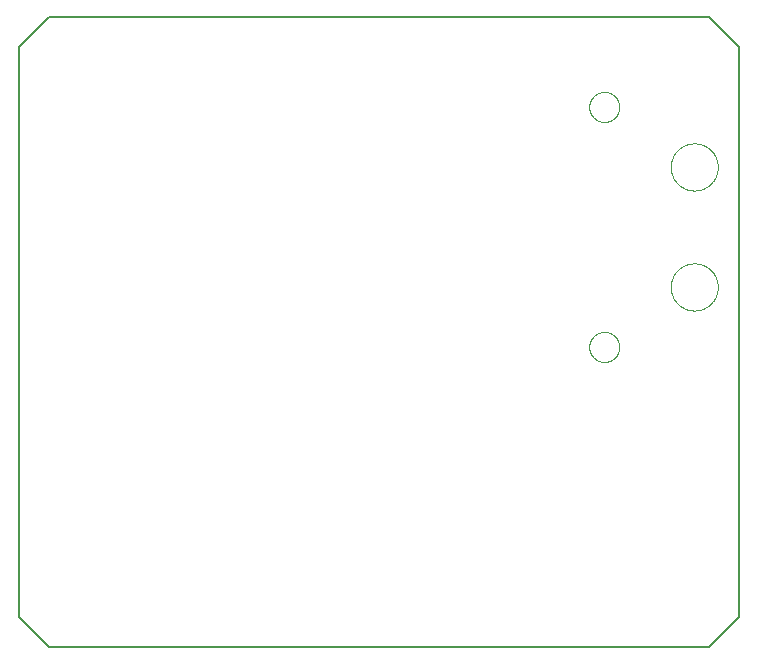
<source format=gko>
G75*
%MOIN*%
%OFA0B0*%
%FSLAX25Y25*%
%IPPOS*%
%LPD*%
%AMOC8*
5,1,8,0,0,1.08239X$1,22.5*
%
%ADD10C,0.00800*%
%ADD11C,0.00000*%
D10*
X0072524Y0100000D02*
X0062524Y0110000D01*
X0062524Y0300000D01*
X0072524Y0310000D01*
X0292524Y0310000D01*
X0302524Y0300000D01*
X0302524Y0110000D01*
X0292524Y0100000D01*
X0072524Y0100000D01*
D11*
X0252524Y0200000D02*
X0252526Y0200141D01*
X0252532Y0200282D01*
X0252542Y0200422D01*
X0252556Y0200562D01*
X0252574Y0200702D01*
X0252595Y0200841D01*
X0252621Y0200980D01*
X0252650Y0201118D01*
X0252684Y0201254D01*
X0252721Y0201390D01*
X0252762Y0201525D01*
X0252807Y0201659D01*
X0252856Y0201791D01*
X0252908Y0201922D01*
X0252964Y0202051D01*
X0253024Y0202178D01*
X0253087Y0202304D01*
X0253153Y0202428D01*
X0253224Y0202551D01*
X0253297Y0202671D01*
X0253374Y0202789D01*
X0253454Y0202905D01*
X0253538Y0203018D01*
X0253624Y0203129D01*
X0253714Y0203238D01*
X0253807Y0203344D01*
X0253902Y0203447D01*
X0254001Y0203548D01*
X0254102Y0203646D01*
X0254206Y0203741D01*
X0254313Y0203833D01*
X0254422Y0203922D01*
X0254534Y0204007D01*
X0254648Y0204090D01*
X0254764Y0204170D01*
X0254883Y0204246D01*
X0255004Y0204318D01*
X0255126Y0204388D01*
X0255251Y0204453D01*
X0255377Y0204516D01*
X0255505Y0204574D01*
X0255635Y0204629D01*
X0255766Y0204681D01*
X0255899Y0204728D01*
X0256033Y0204772D01*
X0256168Y0204813D01*
X0256304Y0204849D01*
X0256441Y0204881D01*
X0256579Y0204910D01*
X0256717Y0204935D01*
X0256857Y0204955D01*
X0256997Y0204972D01*
X0257137Y0204985D01*
X0257278Y0204994D01*
X0257418Y0204999D01*
X0257559Y0205000D01*
X0257700Y0204997D01*
X0257841Y0204990D01*
X0257981Y0204979D01*
X0258121Y0204964D01*
X0258261Y0204945D01*
X0258400Y0204923D01*
X0258538Y0204896D01*
X0258676Y0204866D01*
X0258812Y0204831D01*
X0258948Y0204793D01*
X0259082Y0204751D01*
X0259216Y0204705D01*
X0259348Y0204656D01*
X0259478Y0204602D01*
X0259607Y0204545D01*
X0259734Y0204485D01*
X0259860Y0204421D01*
X0259983Y0204353D01*
X0260105Y0204282D01*
X0260225Y0204208D01*
X0260342Y0204130D01*
X0260457Y0204049D01*
X0260570Y0203965D01*
X0260681Y0203878D01*
X0260789Y0203787D01*
X0260894Y0203694D01*
X0260997Y0203597D01*
X0261097Y0203498D01*
X0261194Y0203396D01*
X0261288Y0203291D01*
X0261379Y0203184D01*
X0261467Y0203074D01*
X0261552Y0202962D01*
X0261634Y0202847D01*
X0261713Y0202730D01*
X0261788Y0202611D01*
X0261860Y0202490D01*
X0261928Y0202367D01*
X0261993Y0202242D01*
X0262055Y0202115D01*
X0262112Y0201986D01*
X0262167Y0201856D01*
X0262217Y0201725D01*
X0262264Y0201592D01*
X0262307Y0201458D01*
X0262346Y0201322D01*
X0262381Y0201186D01*
X0262413Y0201049D01*
X0262440Y0200911D01*
X0262464Y0200772D01*
X0262484Y0200632D01*
X0262500Y0200492D01*
X0262512Y0200352D01*
X0262520Y0200211D01*
X0262524Y0200070D01*
X0262524Y0199930D01*
X0262520Y0199789D01*
X0262512Y0199648D01*
X0262500Y0199508D01*
X0262484Y0199368D01*
X0262464Y0199228D01*
X0262440Y0199089D01*
X0262413Y0198951D01*
X0262381Y0198814D01*
X0262346Y0198678D01*
X0262307Y0198542D01*
X0262264Y0198408D01*
X0262217Y0198275D01*
X0262167Y0198144D01*
X0262112Y0198014D01*
X0262055Y0197885D01*
X0261993Y0197758D01*
X0261928Y0197633D01*
X0261860Y0197510D01*
X0261788Y0197389D01*
X0261713Y0197270D01*
X0261634Y0197153D01*
X0261552Y0197038D01*
X0261467Y0196926D01*
X0261379Y0196816D01*
X0261288Y0196709D01*
X0261194Y0196604D01*
X0261097Y0196502D01*
X0260997Y0196403D01*
X0260894Y0196306D01*
X0260789Y0196213D01*
X0260681Y0196122D01*
X0260570Y0196035D01*
X0260457Y0195951D01*
X0260342Y0195870D01*
X0260225Y0195792D01*
X0260105Y0195718D01*
X0259983Y0195647D01*
X0259860Y0195579D01*
X0259734Y0195515D01*
X0259607Y0195455D01*
X0259478Y0195398D01*
X0259348Y0195344D01*
X0259216Y0195295D01*
X0259082Y0195249D01*
X0258948Y0195207D01*
X0258812Y0195169D01*
X0258676Y0195134D01*
X0258538Y0195104D01*
X0258400Y0195077D01*
X0258261Y0195055D01*
X0258121Y0195036D01*
X0257981Y0195021D01*
X0257841Y0195010D01*
X0257700Y0195003D01*
X0257559Y0195000D01*
X0257418Y0195001D01*
X0257278Y0195006D01*
X0257137Y0195015D01*
X0256997Y0195028D01*
X0256857Y0195045D01*
X0256717Y0195065D01*
X0256579Y0195090D01*
X0256441Y0195119D01*
X0256304Y0195151D01*
X0256168Y0195187D01*
X0256033Y0195228D01*
X0255899Y0195272D01*
X0255766Y0195319D01*
X0255635Y0195371D01*
X0255505Y0195426D01*
X0255377Y0195484D01*
X0255251Y0195547D01*
X0255126Y0195612D01*
X0255004Y0195682D01*
X0254883Y0195754D01*
X0254764Y0195830D01*
X0254648Y0195910D01*
X0254534Y0195993D01*
X0254422Y0196078D01*
X0254313Y0196167D01*
X0254206Y0196259D01*
X0254102Y0196354D01*
X0254001Y0196452D01*
X0253902Y0196553D01*
X0253807Y0196656D01*
X0253714Y0196762D01*
X0253624Y0196871D01*
X0253538Y0196982D01*
X0253454Y0197095D01*
X0253374Y0197211D01*
X0253297Y0197329D01*
X0253224Y0197449D01*
X0253153Y0197572D01*
X0253087Y0197696D01*
X0253024Y0197822D01*
X0252964Y0197949D01*
X0252908Y0198078D01*
X0252856Y0198209D01*
X0252807Y0198341D01*
X0252762Y0198475D01*
X0252721Y0198610D01*
X0252684Y0198746D01*
X0252650Y0198882D01*
X0252621Y0199020D01*
X0252595Y0199159D01*
X0252574Y0199298D01*
X0252556Y0199438D01*
X0252542Y0199578D01*
X0252532Y0199718D01*
X0252526Y0199859D01*
X0252524Y0200000D01*
X0279674Y0220000D02*
X0279676Y0220193D01*
X0279683Y0220385D01*
X0279695Y0220577D01*
X0279712Y0220769D01*
X0279733Y0220961D01*
X0279759Y0221152D01*
X0279790Y0221342D01*
X0279825Y0221531D01*
X0279865Y0221720D01*
X0279909Y0221907D01*
X0279958Y0222094D01*
X0280012Y0222279D01*
X0280070Y0222462D01*
X0280133Y0222645D01*
X0280200Y0222825D01*
X0280272Y0223004D01*
X0280347Y0223181D01*
X0280428Y0223356D01*
X0280512Y0223529D01*
X0280601Y0223700D01*
X0280694Y0223869D01*
X0280791Y0224036D01*
X0280892Y0224200D01*
X0280997Y0224361D01*
X0281106Y0224520D01*
X0281219Y0224676D01*
X0281335Y0224830D01*
X0281456Y0224980D01*
X0281580Y0225127D01*
X0281708Y0225272D01*
X0281839Y0225413D01*
X0281973Y0225551D01*
X0282111Y0225685D01*
X0282252Y0225816D01*
X0282397Y0225944D01*
X0282544Y0226068D01*
X0282694Y0226189D01*
X0282848Y0226305D01*
X0283004Y0226418D01*
X0283163Y0226527D01*
X0283324Y0226632D01*
X0283488Y0226733D01*
X0283655Y0226830D01*
X0283824Y0226923D01*
X0283995Y0227012D01*
X0284168Y0227096D01*
X0284343Y0227177D01*
X0284520Y0227252D01*
X0284699Y0227324D01*
X0284879Y0227391D01*
X0285062Y0227454D01*
X0285245Y0227512D01*
X0285430Y0227566D01*
X0285617Y0227615D01*
X0285804Y0227659D01*
X0285993Y0227699D01*
X0286182Y0227734D01*
X0286372Y0227765D01*
X0286563Y0227791D01*
X0286755Y0227812D01*
X0286947Y0227829D01*
X0287139Y0227841D01*
X0287331Y0227848D01*
X0287524Y0227850D01*
X0287717Y0227848D01*
X0287909Y0227841D01*
X0288101Y0227829D01*
X0288293Y0227812D01*
X0288485Y0227791D01*
X0288676Y0227765D01*
X0288866Y0227734D01*
X0289055Y0227699D01*
X0289244Y0227659D01*
X0289431Y0227615D01*
X0289618Y0227566D01*
X0289803Y0227512D01*
X0289986Y0227454D01*
X0290169Y0227391D01*
X0290349Y0227324D01*
X0290528Y0227252D01*
X0290705Y0227177D01*
X0290880Y0227096D01*
X0291053Y0227012D01*
X0291224Y0226923D01*
X0291393Y0226830D01*
X0291560Y0226733D01*
X0291724Y0226632D01*
X0291885Y0226527D01*
X0292044Y0226418D01*
X0292200Y0226305D01*
X0292354Y0226189D01*
X0292504Y0226068D01*
X0292651Y0225944D01*
X0292796Y0225816D01*
X0292937Y0225685D01*
X0293075Y0225551D01*
X0293209Y0225413D01*
X0293340Y0225272D01*
X0293468Y0225127D01*
X0293592Y0224980D01*
X0293713Y0224830D01*
X0293829Y0224676D01*
X0293942Y0224520D01*
X0294051Y0224361D01*
X0294156Y0224200D01*
X0294257Y0224036D01*
X0294354Y0223869D01*
X0294447Y0223700D01*
X0294536Y0223529D01*
X0294620Y0223356D01*
X0294701Y0223181D01*
X0294776Y0223004D01*
X0294848Y0222825D01*
X0294915Y0222645D01*
X0294978Y0222462D01*
X0295036Y0222279D01*
X0295090Y0222094D01*
X0295139Y0221907D01*
X0295183Y0221720D01*
X0295223Y0221531D01*
X0295258Y0221342D01*
X0295289Y0221152D01*
X0295315Y0220961D01*
X0295336Y0220769D01*
X0295353Y0220577D01*
X0295365Y0220385D01*
X0295372Y0220193D01*
X0295374Y0220000D01*
X0295372Y0219807D01*
X0295365Y0219615D01*
X0295353Y0219423D01*
X0295336Y0219231D01*
X0295315Y0219039D01*
X0295289Y0218848D01*
X0295258Y0218658D01*
X0295223Y0218469D01*
X0295183Y0218280D01*
X0295139Y0218093D01*
X0295090Y0217906D01*
X0295036Y0217721D01*
X0294978Y0217538D01*
X0294915Y0217355D01*
X0294848Y0217175D01*
X0294776Y0216996D01*
X0294701Y0216819D01*
X0294620Y0216644D01*
X0294536Y0216471D01*
X0294447Y0216300D01*
X0294354Y0216131D01*
X0294257Y0215964D01*
X0294156Y0215800D01*
X0294051Y0215639D01*
X0293942Y0215480D01*
X0293829Y0215324D01*
X0293713Y0215170D01*
X0293592Y0215020D01*
X0293468Y0214873D01*
X0293340Y0214728D01*
X0293209Y0214587D01*
X0293075Y0214449D01*
X0292937Y0214315D01*
X0292796Y0214184D01*
X0292651Y0214056D01*
X0292504Y0213932D01*
X0292354Y0213811D01*
X0292200Y0213695D01*
X0292044Y0213582D01*
X0291885Y0213473D01*
X0291724Y0213368D01*
X0291560Y0213267D01*
X0291393Y0213170D01*
X0291224Y0213077D01*
X0291053Y0212988D01*
X0290880Y0212904D01*
X0290705Y0212823D01*
X0290528Y0212748D01*
X0290349Y0212676D01*
X0290169Y0212609D01*
X0289986Y0212546D01*
X0289803Y0212488D01*
X0289618Y0212434D01*
X0289431Y0212385D01*
X0289244Y0212341D01*
X0289055Y0212301D01*
X0288866Y0212266D01*
X0288676Y0212235D01*
X0288485Y0212209D01*
X0288293Y0212188D01*
X0288101Y0212171D01*
X0287909Y0212159D01*
X0287717Y0212152D01*
X0287524Y0212150D01*
X0287331Y0212152D01*
X0287139Y0212159D01*
X0286947Y0212171D01*
X0286755Y0212188D01*
X0286563Y0212209D01*
X0286372Y0212235D01*
X0286182Y0212266D01*
X0285993Y0212301D01*
X0285804Y0212341D01*
X0285617Y0212385D01*
X0285430Y0212434D01*
X0285245Y0212488D01*
X0285062Y0212546D01*
X0284879Y0212609D01*
X0284699Y0212676D01*
X0284520Y0212748D01*
X0284343Y0212823D01*
X0284168Y0212904D01*
X0283995Y0212988D01*
X0283824Y0213077D01*
X0283655Y0213170D01*
X0283488Y0213267D01*
X0283324Y0213368D01*
X0283163Y0213473D01*
X0283004Y0213582D01*
X0282848Y0213695D01*
X0282694Y0213811D01*
X0282544Y0213932D01*
X0282397Y0214056D01*
X0282252Y0214184D01*
X0282111Y0214315D01*
X0281973Y0214449D01*
X0281839Y0214587D01*
X0281708Y0214728D01*
X0281580Y0214873D01*
X0281456Y0215020D01*
X0281335Y0215170D01*
X0281219Y0215324D01*
X0281106Y0215480D01*
X0280997Y0215639D01*
X0280892Y0215800D01*
X0280791Y0215964D01*
X0280694Y0216131D01*
X0280601Y0216300D01*
X0280512Y0216471D01*
X0280428Y0216644D01*
X0280347Y0216819D01*
X0280272Y0216996D01*
X0280200Y0217175D01*
X0280133Y0217355D01*
X0280070Y0217538D01*
X0280012Y0217721D01*
X0279958Y0217906D01*
X0279909Y0218093D01*
X0279865Y0218280D01*
X0279825Y0218469D01*
X0279790Y0218658D01*
X0279759Y0218848D01*
X0279733Y0219039D01*
X0279712Y0219231D01*
X0279695Y0219423D01*
X0279683Y0219615D01*
X0279676Y0219807D01*
X0279674Y0220000D01*
X0279674Y0260000D02*
X0279676Y0260193D01*
X0279683Y0260385D01*
X0279695Y0260577D01*
X0279712Y0260769D01*
X0279733Y0260961D01*
X0279759Y0261152D01*
X0279790Y0261342D01*
X0279825Y0261531D01*
X0279865Y0261720D01*
X0279909Y0261907D01*
X0279958Y0262094D01*
X0280012Y0262279D01*
X0280070Y0262462D01*
X0280133Y0262645D01*
X0280200Y0262825D01*
X0280272Y0263004D01*
X0280347Y0263181D01*
X0280428Y0263356D01*
X0280512Y0263529D01*
X0280601Y0263700D01*
X0280694Y0263869D01*
X0280791Y0264036D01*
X0280892Y0264200D01*
X0280997Y0264361D01*
X0281106Y0264520D01*
X0281219Y0264676D01*
X0281335Y0264830D01*
X0281456Y0264980D01*
X0281580Y0265127D01*
X0281708Y0265272D01*
X0281839Y0265413D01*
X0281973Y0265551D01*
X0282111Y0265685D01*
X0282252Y0265816D01*
X0282397Y0265944D01*
X0282544Y0266068D01*
X0282694Y0266189D01*
X0282848Y0266305D01*
X0283004Y0266418D01*
X0283163Y0266527D01*
X0283324Y0266632D01*
X0283488Y0266733D01*
X0283655Y0266830D01*
X0283824Y0266923D01*
X0283995Y0267012D01*
X0284168Y0267096D01*
X0284343Y0267177D01*
X0284520Y0267252D01*
X0284699Y0267324D01*
X0284879Y0267391D01*
X0285062Y0267454D01*
X0285245Y0267512D01*
X0285430Y0267566D01*
X0285617Y0267615D01*
X0285804Y0267659D01*
X0285993Y0267699D01*
X0286182Y0267734D01*
X0286372Y0267765D01*
X0286563Y0267791D01*
X0286755Y0267812D01*
X0286947Y0267829D01*
X0287139Y0267841D01*
X0287331Y0267848D01*
X0287524Y0267850D01*
X0287717Y0267848D01*
X0287909Y0267841D01*
X0288101Y0267829D01*
X0288293Y0267812D01*
X0288485Y0267791D01*
X0288676Y0267765D01*
X0288866Y0267734D01*
X0289055Y0267699D01*
X0289244Y0267659D01*
X0289431Y0267615D01*
X0289618Y0267566D01*
X0289803Y0267512D01*
X0289986Y0267454D01*
X0290169Y0267391D01*
X0290349Y0267324D01*
X0290528Y0267252D01*
X0290705Y0267177D01*
X0290880Y0267096D01*
X0291053Y0267012D01*
X0291224Y0266923D01*
X0291393Y0266830D01*
X0291560Y0266733D01*
X0291724Y0266632D01*
X0291885Y0266527D01*
X0292044Y0266418D01*
X0292200Y0266305D01*
X0292354Y0266189D01*
X0292504Y0266068D01*
X0292651Y0265944D01*
X0292796Y0265816D01*
X0292937Y0265685D01*
X0293075Y0265551D01*
X0293209Y0265413D01*
X0293340Y0265272D01*
X0293468Y0265127D01*
X0293592Y0264980D01*
X0293713Y0264830D01*
X0293829Y0264676D01*
X0293942Y0264520D01*
X0294051Y0264361D01*
X0294156Y0264200D01*
X0294257Y0264036D01*
X0294354Y0263869D01*
X0294447Y0263700D01*
X0294536Y0263529D01*
X0294620Y0263356D01*
X0294701Y0263181D01*
X0294776Y0263004D01*
X0294848Y0262825D01*
X0294915Y0262645D01*
X0294978Y0262462D01*
X0295036Y0262279D01*
X0295090Y0262094D01*
X0295139Y0261907D01*
X0295183Y0261720D01*
X0295223Y0261531D01*
X0295258Y0261342D01*
X0295289Y0261152D01*
X0295315Y0260961D01*
X0295336Y0260769D01*
X0295353Y0260577D01*
X0295365Y0260385D01*
X0295372Y0260193D01*
X0295374Y0260000D01*
X0295372Y0259807D01*
X0295365Y0259615D01*
X0295353Y0259423D01*
X0295336Y0259231D01*
X0295315Y0259039D01*
X0295289Y0258848D01*
X0295258Y0258658D01*
X0295223Y0258469D01*
X0295183Y0258280D01*
X0295139Y0258093D01*
X0295090Y0257906D01*
X0295036Y0257721D01*
X0294978Y0257538D01*
X0294915Y0257355D01*
X0294848Y0257175D01*
X0294776Y0256996D01*
X0294701Y0256819D01*
X0294620Y0256644D01*
X0294536Y0256471D01*
X0294447Y0256300D01*
X0294354Y0256131D01*
X0294257Y0255964D01*
X0294156Y0255800D01*
X0294051Y0255639D01*
X0293942Y0255480D01*
X0293829Y0255324D01*
X0293713Y0255170D01*
X0293592Y0255020D01*
X0293468Y0254873D01*
X0293340Y0254728D01*
X0293209Y0254587D01*
X0293075Y0254449D01*
X0292937Y0254315D01*
X0292796Y0254184D01*
X0292651Y0254056D01*
X0292504Y0253932D01*
X0292354Y0253811D01*
X0292200Y0253695D01*
X0292044Y0253582D01*
X0291885Y0253473D01*
X0291724Y0253368D01*
X0291560Y0253267D01*
X0291393Y0253170D01*
X0291224Y0253077D01*
X0291053Y0252988D01*
X0290880Y0252904D01*
X0290705Y0252823D01*
X0290528Y0252748D01*
X0290349Y0252676D01*
X0290169Y0252609D01*
X0289986Y0252546D01*
X0289803Y0252488D01*
X0289618Y0252434D01*
X0289431Y0252385D01*
X0289244Y0252341D01*
X0289055Y0252301D01*
X0288866Y0252266D01*
X0288676Y0252235D01*
X0288485Y0252209D01*
X0288293Y0252188D01*
X0288101Y0252171D01*
X0287909Y0252159D01*
X0287717Y0252152D01*
X0287524Y0252150D01*
X0287331Y0252152D01*
X0287139Y0252159D01*
X0286947Y0252171D01*
X0286755Y0252188D01*
X0286563Y0252209D01*
X0286372Y0252235D01*
X0286182Y0252266D01*
X0285993Y0252301D01*
X0285804Y0252341D01*
X0285617Y0252385D01*
X0285430Y0252434D01*
X0285245Y0252488D01*
X0285062Y0252546D01*
X0284879Y0252609D01*
X0284699Y0252676D01*
X0284520Y0252748D01*
X0284343Y0252823D01*
X0284168Y0252904D01*
X0283995Y0252988D01*
X0283824Y0253077D01*
X0283655Y0253170D01*
X0283488Y0253267D01*
X0283324Y0253368D01*
X0283163Y0253473D01*
X0283004Y0253582D01*
X0282848Y0253695D01*
X0282694Y0253811D01*
X0282544Y0253932D01*
X0282397Y0254056D01*
X0282252Y0254184D01*
X0282111Y0254315D01*
X0281973Y0254449D01*
X0281839Y0254587D01*
X0281708Y0254728D01*
X0281580Y0254873D01*
X0281456Y0255020D01*
X0281335Y0255170D01*
X0281219Y0255324D01*
X0281106Y0255480D01*
X0280997Y0255639D01*
X0280892Y0255800D01*
X0280791Y0255964D01*
X0280694Y0256131D01*
X0280601Y0256300D01*
X0280512Y0256471D01*
X0280428Y0256644D01*
X0280347Y0256819D01*
X0280272Y0256996D01*
X0280200Y0257175D01*
X0280133Y0257355D01*
X0280070Y0257538D01*
X0280012Y0257721D01*
X0279958Y0257906D01*
X0279909Y0258093D01*
X0279865Y0258280D01*
X0279825Y0258469D01*
X0279790Y0258658D01*
X0279759Y0258848D01*
X0279733Y0259039D01*
X0279712Y0259231D01*
X0279695Y0259423D01*
X0279683Y0259615D01*
X0279676Y0259807D01*
X0279674Y0260000D01*
X0252524Y0280000D02*
X0252526Y0280141D01*
X0252532Y0280282D01*
X0252542Y0280422D01*
X0252556Y0280562D01*
X0252574Y0280702D01*
X0252595Y0280841D01*
X0252621Y0280980D01*
X0252650Y0281118D01*
X0252684Y0281254D01*
X0252721Y0281390D01*
X0252762Y0281525D01*
X0252807Y0281659D01*
X0252856Y0281791D01*
X0252908Y0281922D01*
X0252964Y0282051D01*
X0253024Y0282178D01*
X0253087Y0282304D01*
X0253153Y0282428D01*
X0253224Y0282551D01*
X0253297Y0282671D01*
X0253374Y0282789D01*
X0253454Y0282905D01*
X0253538Y0283018D01*
X0253624Y0283129D01*
X0253714Y0283238D01*
X0253807Y0283344D01*
X0253902Y0283447D01*
X0254001Y0283548D01*
X0254102Y0283646D01*
X0254206Y0283741D01*
X0254313Y0283833D01*
X0254422Y0283922D01*
X0254534Y0284007D01*
X0254648Y0284090D01*
X0254764Y0284170D01*
X0254883Y0284246D01*
X0255004Y0284318D01*
X0255126Y0284388D01*
X0255251Y0284453D01*
X0255377Y0284516D01*
X0255505Y0284574D01*
X0255635Y0284629D01*
X0255766Y0284681D01*
X0255899Y0284728D01*
X0256033Y0284772D01*
X0256168Y0284813D01*
X0256304Y0284849D01*
X0256441Y0284881D01*
X0256579Y0284910D01*
X0256717Y0284935D01*
X0256857Y0284955D01*
X0256997Y0284972D01*
X0257137Y0284985D01*
X0257278Y0284994D01*
X0257418Y0284999D01*
X0257559Y0285000D01*
X0257700Y0284997D01*
X0257841Y0284990D01*
X0257981Y0284979D01*
X0258121Y0284964D01*
X0258261Y0284945D01*
X0258400Y0284923D01*
X0258538Y0284896D01*
X0258676Y0284866D01*
X0258812Y0284831D01*
X0258948Y0284793D01*
X0259082Y0284751D01*
X0259216Y0284705D01*
X0259348Y0284656D01*
X0259478Y0284602D01*
X0259607Y0284545D01*
X0259734Y0284485D01*
X0259860Y0284421D01*
X0259983Y0284353D01*
X0260105Y0284282D01*
X0260225Y0284208D01*
X0260342Y0284130D01*
X0260457Y0284049D01*
X0260570Y0283965D01*
X0260681Y0283878D01*
X0260789Y0283787D01*
X0260894Y0283694D01*
X0260997Y0283597D01*
X0261097Y0283498D01*
X0261194Y0283396D01*
X0261288Y0283291D01*
X0261379Y0283184D01*
X0261467Y0283074D01*
X0261552Y0282962D01*
X0261634Y0282847D01*
X0261713Y0282730D01*
X0261788Y0282611D01*
X0261860Y0282490D01*
X0261928Y0282367D01*
X0261993Y0282242D01*
X0262055Y0282115D01*
X0262112Y0281986D01*
X0262167Y0281856D01*
X0262217Y0281725D01*
X0262264Y0281592D01*
X0262307Y0281458D01*
X0262346Y0281322D01*
X0262381Y0281186D01*
X0262413Y0281049D01*
X0262440Y0280911D01*
X0262464Y0280772D01*
X0262484Y0280632D01*
X0262500Y0280492D01*
X0262512Y0280352D01*
X0262520Y0280211D01*
X0262524Y0280070D01*
X0262524Y0279930D01*
X0262520Y0279789D01*
X0262512Y0279648D01*
X0262500Y0279508D01*
X0262484Y0279368D01*
X0262464Y0279228D01*
X0262440Y0279089D01*
X0262413Y0278951D01*
X0262381Y0278814D01*
X0262346Y0278678D01*
X0262307Y0278542D01*
X0262264Y0278408D01*
X0262217Y0278275D01*
X0262167Y0278144D01*
X0262112Y0278014D01*
X0262055Y0277885D01*
X0261993Y0277758D01*
X0261928Y0277633D01*
X0261860Y0277510D01*
X0261788Y0277389D01*
X0261713Y0277270D01*
X0261634Y0277153D01*
X0261552Y0277038D01*
X0261467Y0276926D01*
X0261379Y0276816D01*
X0261288Y0276709D01*
X0261194Y0276604D01*
X0261097Y0276502D01*
X0260997Y0276403D01*
X0260894Y0276306D01*
X0260789Y0276213D01*
X0260681Y0276122D01*
X0260570Y0276035D01*
X0260457Y0275951D01*
X0260342Y0275870D01*
X0260225Y0275792D01*
X0260105Y0275718D01*
X0259983Y0275647D01*
X0259860Y0275579D01*
X0259734Y0275515D01*
X0259607Y0275455D01*
X0259478Y0275398D01*
X0259348Y0275344D01*
X0259216Y0275295D01*
X0259082Y0275249D01*
X0258948Y0275207D01*
X0258812Y0275169D01*
X0258676Y0275134D01*
X0258538Y0275104D01*
X0258400Y0275077D01*
X0258261Y0275055D01*
X0258121Y0275036D01*
X0257981Y0275021D01*
X0257841Y0275010D01*
X0257700Y0275003D01*
X0257559Y0275000D01*
X0257418Y0275001D01*
X0257278Y0275006D01*
X0257137Y0275015D01*
X0256997Y0275028D01*
X0256857Y0275045D01*
X0256717Y0275065D01*
X0256579Y0275090D01*
X0256441Y0275119D01*
X0256304Y0275151D01*
X0256168Y0275187D01*
X0256033Y0275228D01*
X0255899Y0275272D01*
X0255766Y0275319D01*
X0255635Y0275371D01*
X0255505Y0275426D01*
X0255377Y0275484D01*
X0255251Y0275547D01*
X0255126Y0275612D01*
X0255004Y0275682D01*
X0254883Y0275754D01*
X0254764Y0275830D01*
X0254648Y0275910D01*
X0254534Y0275993D01*
X0254422Y0276078D01*
X0254313Y0276167D01*
X0254206Y0276259D01*
X0254102Y0276354D01*
X0254001Y0276452D01*
X0253902Y0276553D01*
X0253807Y0276656D01*
X0253714Y0276762D01*
X0253624Y0276871D01*
X0253538Y0276982D01*
X0253454Y0277095D01*
X0253374Y0277211D01*
X0253297Y0277329D01*
X0253224Y0277449D01*
X0253153Y0277572D01*
X0253087Y0277696D01*
X0253024Y0277822D01*
X0252964Y0277949D01*
X0252908Y0278078D01*
X0252856Y0278209D01*
X0252807Y0278341D01*
X0252762Y0278475D01*
X0252721Y0278610D01*
X0252684Y0278746D01*
X0252650Y0278882D01*
X0252621Y0279020D01*
X0252595Y0279159D01*
X0252574Y0279298D01*
X0252556Y0279438D01*
X0252542Y0279578D01*
X0252532Y0279718D01*
X0252526Y0279859D01*
X0252524Y0280000D01*
M02*

</source>
